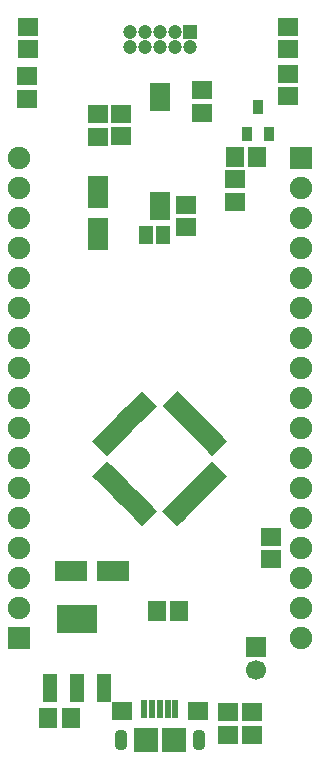
<source format=gbr>
G04 DipTrace 2.4.0.2*
%INTopMask.gbr*%
%MOMM*%
%ADD26R,1.7X1.7*%
%ADD27C,1.7*%
%ADD28R,1.9X1.9*%
%ADD55R,3.45X2.35*%
%ADD57R,1.15X2.35*%
%ADD61R,1.8X2.4*%
%ADD63R,0.85X1.25*%
%ADD67R,1.2X1.55*%
%ADD69C,1.2*%
%ADD71R,1.2X1.2*%
%ADD73R,0.6X1.55*%
%ADD75R,1.8X1.6*%
%ADD77O,1.1X1.8*%
%ADD79R,2.1X2.1*%
%ADD80C,1.9*%
%ADD83R,1.8X2.8*%
%ADD85R,1.7X1.5*%
%ADD87R,1.5X1.7*%
%ADD89R,2.8X1.8*%
%FSLAX53Y53*%
G04*
G71*
G90*
G75*
G01*
%LNTopMask*%
%LPD*%
D89*
X9531Y15813D3*
X5931D3*
D85*
X22907Y18771D3*
Y16871D3*
D83*
X8232Y44351D3*
Y47951D3*
D85*
X10185Y52680D3*
Y54580D3*
X21260Y1981D3*
Y3881D3*
D87*
X13221Y12497D3*
X15121D3*
X5899Y3392D3*
X3999D3*
D85*
X2261Y60010D3*
Y61910D3*
X24308D3*
Y60010D3*
D28*
X1524Y10160D3*
D80*
Y12700D3*
Y15240D3*
Y17780D3*
Y20320D3*
Y22860D3*
Y25400D3*
Y27940D3*
Y30480D3*
Y33020D3*
Y35560D3*
Y38100D3*
Y40640D3*
Y43180D3*
Y45720D3*
Y48260D3*
Y50800D3*
D28*
X25400D3*
D80*
Y48260D3*
Y45720D3*
Y43180D3*
Y40640D3*
Y38100D3*
Y35560D3*
Y33020D3*
Y30480D3*
Y27940D3*
Y25400D3*
Y22860D3*
Y20320D3*
Y17780D3*
Y15240D3*
Y12700D3*
Y10160D3*
D79*
X14662Y1524D3*
X12262D3*
D77*
X10162D3*
X16762D3*
D75*
X10262Y3974D3*
X16662D3*
D73*
X12162Y4199D3*
X12812D3*
X13462D3*
X14112D3*
X14762D3*
D71*
X16002Y61468D3*
D69*
X14732D3*
X13462D3*
X12192D3*
X10922D3*
X16002Y60198D3*
X14732D3*
X13462D3*
X12192D3*
X10922D3*
D67*
X13761Y44328D3*
X12261D3*
D26*
X21597Y9455D3*
D27*
Y7455D3*
D63*
X20816Y52867D3*
X22716D3*
X21766Y55167D3*
D85*
X15650Y46865D3*
Y44965D3*
X8204Y52629D3*
Y54529D3*
X19228Y3886D3*
Y1986D3*
X2200Y55826D3*
Y57726D3*
X24308Y56032D3*
Y57932D3*
X19831Y47112D3*
Y49012D3*
D87*
X21723Y50902D3*
X19823D3*
D85*
X16992Y56558D3*
Y54658D3*
D61*
X13462Y46787D3*
Y55987D3*
G36*
X18836Y27238D2*
X19190Y26885D1*
X17917Y25612D1*
X17563Y25966D1*
X18836Y27238D1*
G37*
G36*
X18482Y27592D2*
X18836Y27238D1*
X17563Y25966D1*
X17210Y26319D1*
X18482Y27592D1*
G37*
G36*
X18129Y27946D2*
X18482Y27592D1*
X17210Y26319D1*
X16856Y26673D1*
X18129Y27946D1*
G37*
G36*
X17775Y28299D2*
X18129Y27946D1*
X16856Y26673D1*
X16503Y27026D1*
X17775Y28299D1*
G37*
G36*
X17422Y28653D2*
X17775Y28299D1*
X16503Y27026D1*
X16149Y27380D1*
X17422Y28653D1*
G37*
G36*
X17068Y29006D2*
X17422Y28653D1*
X16149Y27380D1*
X15795Y27733D1*
X17068Y29006D1*
G37*
G36*
X16715Y29360D2*
X17068Y29006D1*
X15795Y27733D1*
X15442Y28087D1*
X16715Y29360D1*
G37*
G36*
X16361Y29713D2*
X16715Y29360D1*
X15442Y28087D1*
X15088Y28441D1*
X16361Y29713D1*
G37*
G36*
X16008Y30067D2*
X16361Y29713D1*
X15088Y28441D1*
X14735Y28794D1*
X16008Y30067D1*
G37*
G36*
X15654Y30420D2*
X16008Y30067D1*
X14735Y28794D1*
X14381Y29148D1*
X15654Y30420D1*
G37*
G36*
X15300Y30774D2*
X15654Y30420D1*
X14381Y29148D1*
X14028Y29501D1*
X15300Y30774D1*
G37*
G36*
X14947Y31128D2*
X15300Y30774D1*
X14028Y29501D1*
X13674Y29855D1*
X14947Y31128D1*
G37*
G36*
X11624Y30774D2*
X11977Y31128D1*
X13250Y29855D1*
X12896Y29501D1*
X11624Y30774D1*
G37*
G36*
X11270Y30420D2*
X11624Y30774D1*
X12896Y29501D1*
X12543Y29148D1*
X11270Y30420D1*
G37*
G36*
X10916Y30067D2*
X11270Y30420D1*
X12543Y29148D1*
X12189Y28794D1*
X10916Y30067D1*
G37*
G36*
X10563Y29713D2*
X10916Y30067D1*
X12189Y28794D1*
X11836Y28441D1*
X10563Y29713D1*
G37*
G36*
X10209Y29360D2*
X10563Y29713D1*
X11836Y28441D1*
X11482Y28087D1*
X10209Y29360D1*
G37*
G36*
X9856Y29006D2*
X10209Y29360D1*
X11482Y28087D1*
X11129Y27733D1*
X9856Y29006D1*
G37*
G36*
X9502Y28653D2*
X9856Y29006D1*
X11129Y27733D1*
X10775Y27380D1*
X9502Y28653D1*
G37*
G36*
X9149Y28299D2*
X9502Y28653D1*
X10775Y27380D1*
X10421Y27026D1*
X9149Y28299D1*
G37*
G36*
X8795Y27946D2*
X9149Y28299D1*
X10421Y27026D1*
X10068Y26673D1*
X8795Y27946D1*
G37*
G36*
X8442Y27592D2*
X8795Y27946D1*
X10068Y26673D1*
X9714Y26319D1*
X8442Y27592D1*
G37*
G36*
X8088Y27238D2*
X8442Y27592D1*
X9714Y26319D1*
X9361Y25966D1*
X8088Y27238D1*
G37*
G36*
X7734Y26885D2*
X8088Y27238D1*
X9361Y25966D1*
X9007Y25612D1*
X7734Y26885D1*
G37*
G36*
X9007Y25188D2*
X9361Y24834D1*
X8088Y23562D1*
X7734Y23915D1*
X9007Y25188D1*
G37*
G36*
X9361Y24834D2*
X9714Y24481D1*
X8442Y23208D1*
X8088Y23562D1*
X9361Y24834D1*
G37*
G36*
X9714Y24481D2*
X10068Y24127D1*
X8795Y22854D1*
X8442Y23208D1*
X9714Y24481D1*
G37*
G36*
X10068Y24127D2*
X10421Y23774D1*
X9149Y22501D1*
X8795Y22854D1*
X10068Y24127D1*
G37*
G36*
X10421Y23774D2*
X10775Y23420D1*
X9502Y22147D1*
X9149Y22501D1*
X10421Y23774D1*
G37*
G36*
X10775Y23420D2*
X11129Y23067D1*
X9856Y21794D1*
X9502Y22147D1*
X10775Y23420D1*
G37*
G36*
X11129Y23067D2*
X11482Y22713D1*
X10209Y21440D1*
X9856Y21794D1*
X11129Y23067D1*
G37*
G36*
X11482Y22713D2*
X11836Y22359D1*
X10563Y21087D1*
X10209Y21440D1*
X11482Y22713D1*
G37*
G36*
X11836Y22359D2*
X12189Y22006D1*
X10916Y20733D1*
X10563Y21087D1*
X11836Y22359D1*
G37*
G36*
X12189Y22006D2*
X12543Y21652D1*
X11270Y20380D1*
X10916Y20733D1*
X12189Y22006D1*
G37*
G36*
X12543Y21652D2*
X12896Y21299D1*
X11624Y20026D1*
X11270Y20380D1*
X12543Y21652D1*
G37*
G36*
X12896Y21299D2*
X13250Y20945D1*
X11977Y19672D1*
X11624Y20026D1*
X12896Y21299D1*
G37*
G36*
X13674Y20945D2*
X14028Y21299D1*
X15300Y20026D1*
X14947Y19672D1*
X13674Y20945D1*
G37*
G36*
X14028Y21299D2*
X14381Y21652D1*
X15654Y20380D1*
X15300Y20026D1*
X14028Y21299D1*
G37*
G36*
X14381Y21652D2*
X14735Y22006D1*
X16008Y20733D1*
X15654Y20380D1*
X14381Y21652D1*
G37*
G36*
X14735Y22006D2*
X15088Y22359D1*
X16361Y21087D1*
X16008Y20733D1*
X14735Y22006D1*
G37*
G36*
X15088Y22359D2*
X15442Y22713D1*
X16715Y21440D1*
X16361Y21087D1*
X15088Y22359D1*
G37*
G36*
X15442Y22713D2*
X15795Y23067D1*
X17068Y21794D1*
X16715Y21440D1*
X15442Y22713D1*
G37*
G36*
X15795Y23067D2*
X16149Y23420D1*
X17422Y22147D1*
X17068Y21794D1*
X15795Y23067D1*
G37*
G36*
X16149Y23420D2*
X16503Y23774D1*
X17775Y22501D1*
X17422Y22147D1*
X16149Y23420D1*
G37*
G36*
X16503Y23774D2*
X16856Y24127D1*
X18129Y22854D1*
X17775Y22501D1*
X16503Y23774D1*
G37*
G36*
X16856Y24127D2*
X17210Y24481D1*
X18482Y23208D1*
X18129Y22854D1*
X16856Y24127D1*
G37*
G36*
X17210Y24481D2*
X17563Y24834D1*
X18836Y23562D1*
X18482Y23208D1*
X17210Y24481D1*
G37*
G36*
X17563Y24834D2*
X17917Y25188D1*
X19190Y23915D1*
X18836Y23562D1*
X17563Y24834D1*
G37*
D57*
X4131Y5955D3*
X6431D3*
X8731D3*
D55*
X6431Y11755D3*
M02*

</source>
